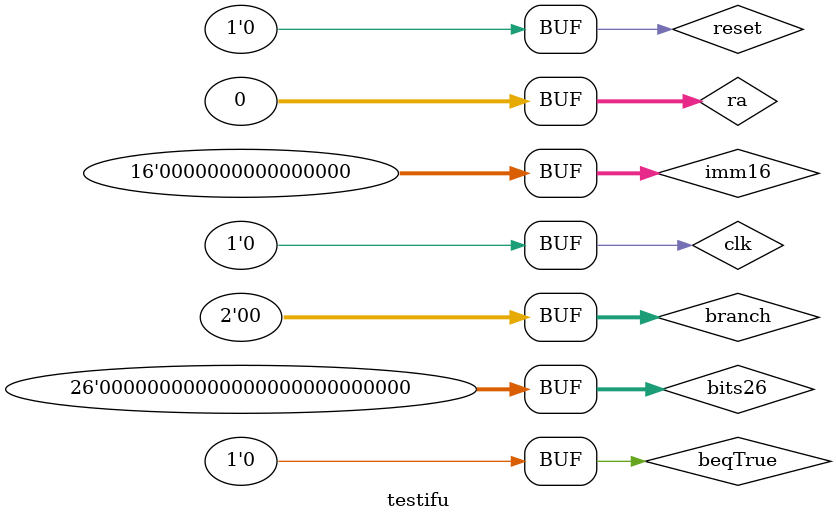
<source format=v>
`timescale 1ns / 1ps


module testifu;

	// Inputs
	reg clk;
	reg reset;
	reg [15:0] imm16;
	reg [25:0] bits26;
	reg [31:0] ra;
	reg [1:0] branch;
	reg beqTrue;

	// Outputs
	wire [31:0] PC;
	wire [31:0] cmd;

	// Instantiate the Unit Under Test (UUT)
	IFU uut (
		.clk(clk), 
		.reset(reset), 
		.imm16(imm16), 
		.bits26(bits26), 
		.ra(ra), 
		.branch(branch), 
		.beqTrue(beqTrue), 
		.PC(PC), 
		.cmd(cmd)
	);

	initial begin
		// Initialize Inputs
		clk = 0;
		reset = 0;
		imm16 = 0;
		bits26 = 0;
		ra = 0;
		branch = 0;
		beqTrue = 0;

		// Wait 100 ns for global reset to finish
		#100;
        
		// Add stimulus here

	end
      
endmodule


</source>
